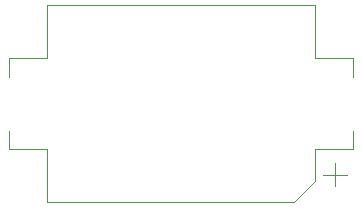
<source format=gbo>
G04 #@! TF.GenerationSoftware,KiCad,Pcbnew,8.0.7-8.0.7-0~ubuntu22.04.1*
G04 #@! TF.CreationDate,2025-02-07T12:30:37-08:00*
G04 #@! TF.ProjectId,WaDAR_Tag_V1_2,57614441-525f-4546-9167-5f56315f322e,rev?*
G04 #@! TF.SameCoordinates,Original*
G04 #@! TF.FileFunction,Legend,Bot*
G04 #@! TF.FilePolarity,Positive*
%FSLAX46Y46*%
G04 Gerber Fmt 4.6, Leading zero omitted, Abs format (unit mm)*
G04 Created by KiCad (PCBNEW 8.0.7-8.0.7-0~ubuntu22.04.1) date 2025-02-07 12:30:37*
%MOMM*%
%LPD*%
G01*
G04 APERTURE LIST*
%ADD10C,0.120000*%
%ADD11C,2.108200*%
%ADD12R,2.600000X3.600000*%
G04 APERTURE END LIST*
D10*
X149100000Y-52575000D02*
X152300000Y-52575000D01*
X149100000Y-54125000D02*
X149100000Y-52575000D01*
X149100000Y-58725000D02*
X149100000Y-60275000D01*
X149100000Y-60275000D02*
X152300000Y-60275000D01*
X152300000Y-48075000D02*
X175000000Y-48075000D01*
X152300000Y-52575000D02*
X152300000Y-48075000D01*
X152300000Y-60275000D02*
X152300000Y-64775000D01*
X173200000Y-64775000D02*
X152300000Y-64775000D01*
X175000000Y-52575000D02*
X175000000Y-48075000D01*
X175000000Y-60275000D02*
X175000000Y-62975000D01*
X175000000Y-62975000D02*
X173200000Y-64775000D01*
X176650000Y-63425000D02*
X176650000Y-61425000D01*
X177650000Y-62425000D02*
X175650000Y-62425000D01*
X178200000Y-52575000D02*
X175000000Y-52575000D01*
X178200000Y-54125000D02*
X178200000Y-52575000D01*
X178200000Y-58725000D02*
X178200000Y-60275000D01*
X178200000Y-60275000D02*
X175000000Y-60275000D01*
%LPC*%
D11*
X160860000Y-73740000D03*
X160860000Y-68660000D03*
X165940000Y-68660000D03*
X165940000Y-73740000D03*
X163400000Y-71200000D03*
D12*
X178300000Y-56425000D03*
X149000000Y-56425000D03*
%LPD*%
M02*

</source>
